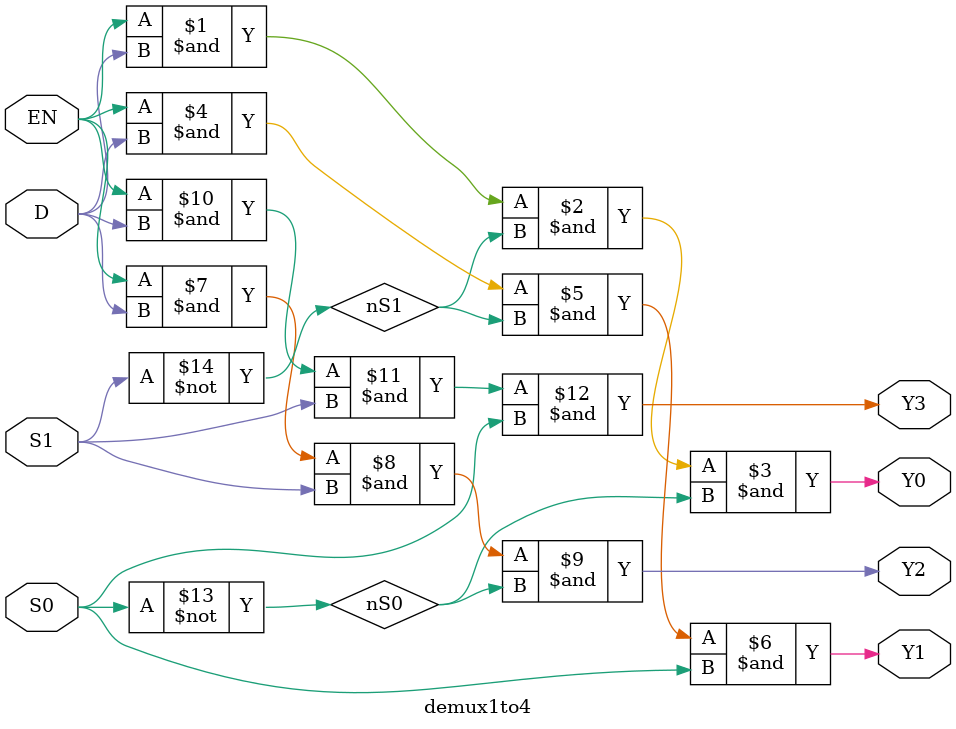
<source format=v>
module demux1to4 (
    input D,
    input S0,
    input S1,
    input EN,
    output Y0,
    output Y1,
    output Y2,
    output Y3
);
    wire nS0, nS1;

    not (nS0, S0);
    not (nS1, S1);

    and (Y0, EN, D, nS1, nS0);
    and (Y1, EN, D, nS1, S0);
    and (Y2, EN, D, S1, nS0);
    and (Y3, EN, D, S1, S0);
endmodule
</source>
